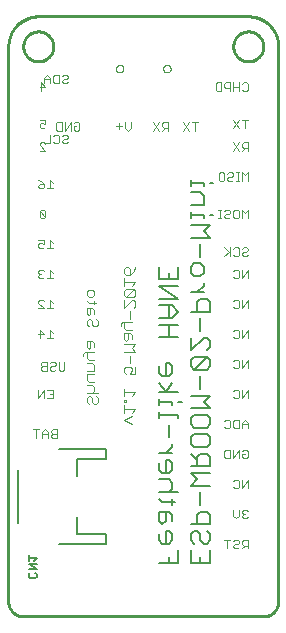
<source format=gbo>
G75*
%MOIN*%
%OFA0B0*%
%FSLAX25Y25*%
%IPPOS*%
%LPD*%
%AMOC8*
5,1,8,0,0,1.08239X$1,22.5*
%
%ADD10C,0.01000*%
%ADD11C,0.00300*%
%ADD12C,0.00600*%
%ADD13C,0.00000*%
%ADD14C,0.00800*%
D10*
X0006800Y0021144D02*
X0086800Y0021144D01*
X0086940Y0021146D01*
X0087080Y0021152D01*
X0087220Y0021162D01*
X0087360Y0021175D01*
X0087499Y0021193D01*
X0087638Y0021215D01*
X0087775Y0021240D01*
X0087913Y0021269D01*
X0088049Y0021302D01*
X0088184Y0021339D01*
X0088318Y0021380D01*
X0088451Y0021425D01*
X0088583Y0021473D01*
X0088713Y0021525D01*
X0088842Y0021580D01*
X0088969Y0021639D01*
X0089095Y0021702D01*
X0089219Y0021768D01*
X0089340Y0021837D01*
X0089460Y0021910D01*
X0089578Y0021987D01*
X0089693Y0022066D01*
X0089807Y0022149D01*
X0089917Y0022235D01*
X0090026Y0022324D01*
X0090132Y0022416D01*
X0090235Y0022511D01*
X0090336Y0022608D01*
X0090433Y0022709D01*
X0090528Y0022812D01*
X0090620Y0022918D01*
X0090709Y0023027D01*
X0090795Y0023137D01*
X0090878Y0023251D01*
X0090957Y0023366D01*
X0091034Y0023484D01*
X0091107Y0023604D01*
X0091176Y0023725D01*
X0091242Y0023849D01*
X0091305Y0023975D01*
X0091364Y0024102D01*
X0091419Y0024231D01*
X0091471Y0024361D01*
X0091519Y0024493D01*
X0091564Y0024626D01*
X0091605Y0024760D01*
X0091642Y0024895D01*
X0091675Y0025031D01*
X0091704Y0025169D01*
X0091729Y0025306D01*
X0091751Y0025445D01*
X0091769Y0025584D01*
X0091782Y0025724D01*
X0091792Y0025864D01*
X0091798Y0026004D01*
X0091800Y0026144D01*
X0091800Y0211144D01*
X0076800Y0211144D02*
X0076802Y0211285D01*
X0076808Y0211426D01*
X0076818Y0211566D01*
X0076832Y0211706D01*
X0076850Y0211846D01*
X0076871Y0211985D01*
X0076897Y0212124D01*
X0076926Y0212262D01*
X0076960Y0212398D01*
X0076997Y0212534D01*
X0077038Y0212669D01*
X0077083Y0212803D01*
X0077132Y0212935D01*
X0077184Y0213066D01*
X0077240Y0213195D01*
X0077300Y0213322D01*
X0077363Y0213448D01*
X0077429Y0213572D01*
X0077500Y0213695D01*
X0077573Y0213815D01*
X0077650Y0213933D01*
X0077730Y0214049D01*
X0077814Y0214162D01*
X0077900Y0214273D01*
X0077990Y0214382D01*
X0078083Y0214488D01*
X0078178Y0214591D01*
X0078277Y0214692D01*
X0078378Y0214790D01*
X0078482Y0214885D01*
X0078589Y0214977D01*
X0078698Y0215066D01*
X0078810Y0215151D01*
X0078924Y0215234D01*
X0079040Y0215314D01*
X0079159Y0215390D01*
X0079280Y0215462D01*
X0079402Y0215532D01*
X0079527Y0215597D01*
X0079653Y0215660D01*
X0079781Y0215718D01*
X0079911Y0215773D01*
X0080042Y0215825D01*
X0080175Y0215872D01*
X0080309Y0215916D01*
X0080444Y0215957D01*
X0080580Y0215993D01*
X0080717Y0216025D01*
X0080855Y0216054D01*
X0080993Y0216079D01*
X0081133Y0216099D01*
X0081273Y0216116D01*
X0081413Y0216129D01*
X0081554Y0216138D01*
X0081694Y0216143D01*
X0081835Y0216144D01*
X0081976Y0216141D01*
X0082117Y0216134D01*
X0082257Y0216123D01*
X0082397Y0216108D01*
X0082537Y0216089D01*
X0082676Y0216067D01*
X0082814Y0216040D01*
X0082952Y0216010D01*
X0083088Y0215975D01*
X0083224Y0215937D01*
X0083358Y0215895D01*
X0083492Y0215849D01*
X0083624Y0215800D01*
X0083754Y0215746D01*
X0083883Y0215689D01*
X0084010Y0215629D01*
X0084136Y0215565D01*
X0084259Y0215497D01*
X0084381Y0215426D01*
X0084501Y0215352D01*
X0084618Y0215274D01*
X0084733Y0215193D01*
X0084846Y0215109D01*
X0084957Y0215022D01*
X0085065Y0214931D01*
X0085170Y0214838D01*
X0085273Y0214741D01*
X0085373Y0214642D01*
X0085470Y0214540D01*
X0085564Y0214435D01*
X0085655Y0214328D01*
X0085743Y0214218D01*
X0085828Y0214106D01*
X0085910Y0213991D01*
X0085989Y0213874D01*
X0086064Y0213755D01*
X0086136Y0213634D01*
X0086204Y0213511D01*
X0086269Y0213386D01*
X0086331Y0213259D01*
X0086388Y0213130D01*
X0086443Y0213000D01*
X0086493Y0212869D01*
X0086540Y0212736D01*
X0086583Y0212602D01*
X0086622Y0212466D01*
X0086657Y0212330D01*
X0086689Y0212193D01*
X0086716Y0212055D01*
X0086740Y0211916D01*
X0086760Y0211776D01*
X0086776Y0211636D01*
X0086788Y0211496D01*
X0086796Y0211355D01*
X0086800Y0211214D01*
X0086800Y0211074D01*
X0086796Y0210933D01*
X0086788Y0210792D01*
X0086776Y0210652D01*
X0086760Y0210512D01*
X0086740Y0210372D01*
X0086716Y0210233D01*
X0086689Y0210095D01*
X0086657Y0209958D01*
X0086622Y0209822D01*
X0086583Y0209686D01*
X0086540Y0209552D01*
X0086493Y0209419D01*
X0086443Y0209288D01*
X0086388Y0209158D01*
X0086331Y0209029D01*
X0086269Y0208902D01*
X0086204Y0208777D01*
X0086136Y0208654D01*
X0086064Y0208533D01*
X0085989Y0208414D01*
X0085910Y0208297D01*
X0085828Y0208182D01*
X0085743Y0208070D01*
X0085655Y0207960D01*
X0085564Y0207853D01*
X0085470Y0207748D01*
X0085373Y0207646D01*
X0085273Y0207547D01*
X0085170Y0207450D01*
X0085065Y0207357D01*
X0084957Y0207266D01*
X0084846Y0207179D01*
X0084733Y0207095D01*
X0084618Y0207014D01*
X0084501Y0206936D01*
X0084381Y0206862D01*
X0084259Y0206791D01*
X0084136Y0206723D01*
X0084010Y0206659D01*
X0083883Y0206599D01*
X0083754Y0206542D01*
X0083624Y0206488D01*
X0083492Y0206439D01*
X0083358Y0206393D01*
X0083224Y0206351D01*
X0083088Y0206313D01*
X0082952Y0206278D01*
X0082814Y0206248D01*
X0082676Y0206221D01*
X0082537Y0206199D01*
X0082397Y0206180D01*
X0082257Y0206165D01*
X0082117Y0206154D01*
X0081976Y0206147D01*
X0081835Y0206144D01*
X0081694Y0206145D01*
X0081554Y0206150D01*
X0081413Y0206159D01*
X0081273Y0206172D01*
X0081133Y0206189D01*
X0080993Y0206209D01*
X0080855Y0206234D01*
X0080717Y0206263D01*
X0080580Y0206295D01*
X0080444Y0206331D01*
X0080309Y0206372D01*
X0080175Y0206416D01*
X0080042Y0206463D01*
X0079911Y0206515D01*
X0079781Y0206570D01*
X0079653Y0206628D01*
X0079527Y0206691D01*
X0079402Y0206756D01*
X0079280Y0206826D01*
X0079159Y0206898D01*
X0079040Y0206974D01*
X0078924Y0207054D01*
X0078810Y0207137D01*
X0078698Y0207222D01*
X0078589Y0207311D01*
X0078482Y0207403D01*
X0078378Y0207498D01*
X0078277Y0207596D01*
X0078178Y0207697D01*
X0078083Y0207800D01*
X0077990Y0207906D01*
X0077900Y0208015D01*
X0077814Y0208126D01*
X0077730Y0208239D01*
X0077650Y0208355D01*
X0077573Y0208473D01*
X0077500Y0208593D01*
X0077429Y0208716D01*
X0077363Y0208840D01*
X0077300Y0208966D01*
X0077240Y0209093D01*
X0077184Y0209222D01*
X0077132Y0209353D01*
X0077083Y0209485D01*
X0077038Y0209619D01*
X0076997Y0209754D01*
X0076960Y0209890D01*
X0076926Y0210026D01*
X0076897Y0210164D01*
X0076871Y0210303D01*
X0076850Y0210442D01*
X0076832Y0210582D01*
X0076818Y0210722D01*
X0076808Y0210862D01*
X0076802Y0211003D01*
X0076800Y0211144D01*
X0081800Y0221144D02*
X0082042Y0221141D01*
X0082283Y0221132D01*
X0082524Y0221118D01*
X0082765Y0221097D01*
X0083005Y0221071D01*
X0083245Y0221039D01*
X0083484Y0221001D01*
X0083721Y0220958D01*
X0083958Y0220908D01*
X0084193Y0220853D01*
X0084427Y0220793D01*
X0084659Y0220726D01*
X0084890Y0220655D01*
X0085119Y0220577D01*
X0085346Y0220494D01*
X0085571Y0220406D01*
X0085794Y0220312D01*
X0086014Y0220213D01*
X0086232Y0220108D01*
X0086447Y0219999D01*
X0086660Y0219884D01*
X0086870Y0219764D01*
X0087076Y0219639D01*
X0087280Y0219509D01*
X0087481Y0219374D01*
X0087678Y0219234D01*
X0087872Y0219090D01*
X0088062Y0218941D01*
X0088248Y0218787D01*
X0088431Y0218629D01*
X0088610Y0218467D01*
X0088785Y0218300D01*
X0088956Y0218129D01*
X0089123Y0217954D01*
X0089285Y0217775D01*
X0089443Y0217592D01*
X0089597Y0217406D01*
X0089746Y0217216D01*
X0089890Y0217022D01*
X0090030Y0216825D01*
X0090165Y0216624D01*
X0090295Y0216420D01*
X0090420Y0216214D01*
X0090540Y0216004D01*
X0090655Y0215791D01*
X0090764Y0215576D01*
X0090869Y0215358D01*
X0090968Y0215138D01*
X0091062Y0214915D01*
X0091150Y0214690D01*
X0091233Y0214463D01*
X0091311Y0214234D01*
X0091382Y0214003D01*
X0091449Y0213771D01*
X0091509Y0213537D01*
X0091564Y0213302D01*
X0091614Y0213065D01*
X0091657Y0212828D01*
X0091695Y0212589D01*
X0091727Y0212349D01*
X0091753Y0212109D01*
X0091774Y0211868D01*
X0091788Y0211627D01*
X0091797Y0211386D01*
X0091800Y0211144D01*
X0081800Y0221144D02*
X0011800Y0221144D01*
X0006800Y0211144D02*
X0006802Y0211285D01*
X0006808Y0211426D01*
X0006818Y0211566D01*
X0006832Y0211706D01*
X0006850Y0211846D01*
X0006871Y0211985D01*
X0006897Y0212124D01*
X0006926Y0212262D01*
X0006960Y0212398D01*
X0006997Y0212534D01*
X0007038Y0212669D01*
X0007083Y0212803D01*
X0007132Y0212935D01*
X0007184Y0213066D01*
X0007240Y0213195D01*
X0007300Y0213322D01*
X0007363Y0213448D01*
X0007429Y0213572D01*
X0007500Y0213695D01*
X0007573Y0213815D01*
X0007650Y0213933D01*
X0007730Y0214049D01*
X0007814Y0214162D01*
X0007900Y0214273D01*
X0007990Y0214382D01*
X0008083Y0214488D01*
X0008178Y0214591D01*
X0008277Y0214692D01*
X0008378Y0214790D01*
X0008482Y0214885D01*
X0008589Y0214977D01*
X0008698Y0215066D01*
X0008810Y0215151D01*
X0008924Y0215234D01*
X0009040Y0215314D01*
X0009159Y0215390D01*
X0009280Y0215462D01*
X0009402Y0215532D01*
X0009527Y0215597D01*
X0009653Y0215660D01*
X0009781Y0215718D01*
X0009911Y0215773D01*
X0010042Y0215825D01*
X0010175Y0215872D01*
X0010309Y0215916D01*
X0010444Y0215957D01*
X0010580Y0215993D01*
X0010717Y0216025D01*
X0010855Y0216054D01*
X0010993Y0216079D01*
X0011133Y0216099D01*
X0011273Y0216116D01*
X0011413Y0216129D01*
X0011554Y0216138D01*
X0011694Y0216143D01*
X0011835Y0216144D01*
X0011976Y0216141D01*
X0012117Y0216134D01*
X0012257Y0216123D01*
X0012397Y0216108D01*
X0012537Y0216089D01*
X0012676Y0216067D01*
X0012814Y0216040D01*
X0012952Y0216010D01*
X0013088Y0215975D01*
X0013224Y0215937D01*
X0013358Y0215895D01*
X0013492Y0215849D01*
X0013624Y0215800D01*
X0013754Y0215746D01*
X0013883Y0215689D01*
X0014010Y0215629D01*
X0014136Y0215565D01*
X0014259Y0215497D01*
X0014381Y0215426D01*
X0014501Y0215352D01*
X0014618Y0215274D01*
X0014733Y0215193D01*
X0014846Y0215109D01*
X0014957Y0215022D01*
X0015065Y0214931D01*
X0015170Y0214838D01*
X0015273Y0214741D01*
X0015373Y0214642D01*
X0015470Y0214540D01*
X0015564Y0214435D01*
X0015655Y0214328D01*
X0015743Y0214218D01*
X0015828Y0214106D01*
X0015910Y0213991D01*
X0015989Y0213874D01*
X0016064Y0213755D01*
X0016136Y0213634D01*
X0016204Y0213511D01*
X0016269Y0213386D01*
X0016331Y0213259D01*
X0016388Y0213130D01*
X0016443Y0213000D01*
X0016493Y0212869D01*
X0016540Y0212736D01*
X0016583Y0212602D01*
X0016622Y0212466D01*
X0016657Y0212330D01*
X0016689Y0212193D01*
X0016716Y0212055D01*
X0016740Y0211916D01*
X0016760Y0211776D01*
X0016776Y0211636D01*
X0016788Y0211496D01*
X0016796Y0211355D01*
X0016800Y0211214D01*
X0016800Y0211074D01*
X0016796Y0210933D01*
X0016788Y0210792D01*
X0016776Y0210652D01*
X0016760Y0210512D01*
X0016740Y0210372D01*
X0016716Y0210233D01*
X0016689Y0210095D01*
X0016657Y0209958D01*
X0016622Y0209822D01*
X0016583Y0209686D01*
X0016540Y0209552D01*
X0016493Y0209419D01*
X0016443Y0209288D01*
X0016388Y0209158D01*
X0016331Y0209029D01*
X0016269Y0208902D01*
X0016204Y0208777D01*
X0016136Y0208654D01*
X0016064Y0208533D01*
X0015989Y0208414D01*
X0015910Y0208297D01*
X0015828Y0208182D01*
X0015743Y0208070D01*
X0015655Y0207960D01*
X0015564Y0207853D01*
X0015470Y0207748D01*
X0015373Y0207646D01*
X0015273Y0207547D01*
X0015170Y0207450D01*
X0015065Y0207357D01*
X0014957Y0207266D01*
X0014846Y0207179D01*
X0014733Y0207095D01*
X0014618Y0207014D01*
X0014501Y0206936D01*
X0014381Y0206862D01*
X0014259Y0206791D01*
X0014136Y0206723D01*
X0014010Y0206659D01*
X0013883Y0206599D01*
X0013754Y0206542D01*
X0013624Y0206488D01*
X0013492Y0206439D01*
X0013358Y0206393D01*
X0013224Y0206351D01*
X0013088Y0206313D01*
X0012952Y0206278D01*
X0012814Y0206248D01*
X0012676Y0206221D01*
X0012537Y0206199D01*
X0012397Y0206180D01*
X0012257Y0206165D01*
X0012117Y0206154D01*
X0011976Y0206147D01*
X0011835Y0206144D01*
X0011694Y0206145D01*
X0011554Y0206150D01*
X0011413Y0206159D01*
X0011273Y0206172D01*
X0011133Y0206189D01*
X0010993Y0206209D01*
X0010855Y0206234D01*
X0010717Y0206263D01*
X0010580Y0206295D01*
X0010444Y0206331D01*
X0010309Y0206372D01*
X0010175Y0206416D01*
X0010042Y0206463D01*
X0009911Y0206515D01*
X0009781Y0206570D01*
X0009653Y0206628D01*
X0009527Y0206691D01*
X0009402Y0206756D01*
X0009280Y0206826D01*
X0009159Y0206898D01*
X0009040Y0206974D01*
X0008924Y0207054D01*
X0008810Y0207137D01*
X0008698Y0207222D01*
X0008589Y0207311D01*
X0008482Y0207403D01*
X0008378Y0207498D01*
X0008277Y0207596D01*
X0008178Y0207697D01*
X0008083Y0207800D01*
X0007990Y0207906D01*
X0007900Y0208015D01*
X0007814Y0208126D01*
X0007730Y0208239D01*
X0007650Y0208355D01*
X0007573Y0208473D01*
X0007500Y0208593D01*
X0007429Y0208716D01*
X0007363Y0208840D01*
X0007300Y0208966D01*
X0007240Y0209093D01*
X0007184Y0209222D01*
X0007132Y0209353D01*
X0007083Y0209485D01*
X0007038Y0209619D01*
X0006997Y0209754D01*
X0006960Y0209890D01*
X0006926Y0210026D01*
X0006897Y0210164D01*
X0006871Y0210303D01*
X0006850Y0210442D01*
X0006832Y0210582D01*
X0006818Y0210722D01*
X0006808Y0210862D01*
X0006802Y0211003D01*
X0006800Y0211144D01*
X0001800Y0211144D02*
X0001803Y0211386D01*
X0001812Y0211627D01*
X0001826Y0211868D01*
X0001847Y0212109D01*
X0001873Y0212349D01*
X0001905Y0212589D01*
X0001943Y0212828D01*
X0001986Y0213065D01*
X0002036Y0213302D01*
X0002091Y0213537D01*
X0002151Y0213771D01*
X0002218Y0214003D01*
X0002289Y0214234D01*
X0002367Y0214463D01*
X0002450Y0214690D01*
X0002538Y0214915D01*
X0002632Y0215138D01*
X0002731Y0215358D01*
X0002836Y0215576D01*
X0002945Y0215791D01*
X0003060Y0216004D01*
X0003180Y0216214D01*
X0003305Y0216420D01*
X0003435Y0216624D01*
X0003570Y0216825D01*
X0003710Y0217022D01*
X0003854Y0217216D01*
X0004003Y0217406D01*
X0004157Y0217592D01*
X0004315Y0217775D01*
X0004477Y0217954D01*
X0004644Y0218129D01*
X0004815Y0218300D01*
X0004990Y0218467D01*
X0005169Y0218629D01*
X0005352Y0218787D01*
X0005538Y0218941D01*
X0005728Y0219090D01*
X0005922Y0219234D01*
X0006119Y0219374D01*
X0006320Y0219509D01*
X0006524Y0219639D01*
X0006730Y0219764D01*
X0006940Y0219884D01*
X0007153Y0219999D01*
X0007368Y0220108D01*
X0007586Y0220213D01*
X0007806Y0220312D01*
X0008029Y0220406D01*
X0008254Y0220494D01*
X0008481Y0220577D01*
X0008710Y0220655D01*
X0008941Y0220726D01*
X0009173Y0220793D01*
X0009407Y0220853D01*
X0009642Y0220908D01*
X0009879Y0220958D01*
X0010116Y0221001D01*
X0010355Y0221039D01*
X0010595Y0221071D01*
X0010835Y0221097D01*
X0011076Y0221118D01*
X0011317Y0221132D01*
X0011558Y0221141D01*
X0011800Y0221144D01*
X0001800Y0211144D02*
X0001800Y0026144D01*
X0001802Y0026004D01*
X0001808Y0025864D01*
X0001818Y0025724D01*
X0001831Y0025584D01*
X0001849Y0025445D01*
X0001871Y0025306D01*
X0001896Y0025169D01*
X0001925Y0025031D01*
X0001958Y0024895D01*
X0001995Y0024760D01*
X0002036Y0024626D01*
X0002081Y0024493D01*
X0002129Y0024361D01*
X0002181Y0024231D01*
X0002236Y0024102D01*
X0002295Y0023975D01*
X0002358Y0023849D01*
X0002424Y0023725D01*
X0002493Y0023604D01*
X0002566Y0023484D01*
X0002643Y0023366D01*
X0002722Y0023251D01*
X0002805Y0023137D01*
X0002891Y0023027D01*
X0002980Y0022918D01*
X0003072Y0022812D01*
X0003167Y0022709D01*
X0003264Y0022608D01*
X0003365Y0022511D01*
X0003468Y0022416D01*
X0003574Y0022324D01*
X0003683Y0022235D01*
X0003793Y0022149D01*
X0003907Y0022066D01*
X0004022Y0021987D01*
X0004140Y0021910D01*
X0004260Y0021837D01*
X0004381Y0021768D01*
X0004505Y0021702D01*
X0004631Y0021639D01*
X0004758Y0021580D01*
X0004887Y0021525D01*
X0005017Y0021473D01*
X0005149Y0021425D01*
X0005282Y0021380D01*
X0005416Y0021339D01*
X0005551Y0021302D01*
X0005687Y0021269D01*
X0005825Y0021240D01*
X0005962Y0021215D01*
X0006101Y0021193D01*
X0006240Y0021175D01*
X0006380Y0021162D01*
X0006520Y0021152D01*
X0006660Y0021146D01*
X0006800Y0021144D01*
D11*
X0011129Y0080594D02*
X0011129Y0083497D01*
X0010162Y0083497D02*
X0012097Y0083497D01*
X0013108Y0082529D02*
X0013108Y0080594D01*
X0013108Y0082045D02*
X0015043Y0082045D01*
X0015043Y0082529D02*
X0015043Y0080594D01*
X0016055Y0081078D02*
X0016538Y0080594D01*
X0017990Y0080594D01*
X0017990Y0083497D01*
X0016538Y0083497D01*
X0016055Y0083013D01*
X0016055Y0082529D01*
X0016538Y0082045D01*
X0017990Y0082045D01*
X0016538Y0082045D02*
X0016055Y0081562D01*
X0016055Y0081078D01*
X0015043Y0082529D02*
X0014076Y0083497D01*
X0013108Y0082529D01*
X0013703Y0093794D02*
X0013703Y0096697D01*
X0011769Y0093794D01*
X0011769Y0096697D01*
X0013145Y0103094D02*
X0014597Y0103094D01*
X0014597Y0105997D01*
X0013145Y0105997D01*
X0012662Y0105513D01*
X0012662Y0105029D01*
X0013145Y0104545D01*
X0014597Y0104545D01*
X0015608Y0104062D02*
X0015608Y0103578D01*
X0016092Y0103094D01*
X0017059Y0103094D01*
X0017543Y0103578D01*
X0018555Y0103578D02*
X0018555Y0105997D01*
X0017543Y0105513D02*
X0017543Y0105029D01*
X0017059Y0104545D01*
X0016092Y0104545D01*
X0015608Y0104062D01*
X0015608Y0105513D02*
X0016092Y0105997D01*
X0017059Y0105997D01*
X0017543Y0105513D01*
X0018555Y0103578D02*
X0019038Y0103094D01*
X0020006Y0103094D01*
X0020490Y0103578D01*
X0020490Y0105997D01*
X0016650Y0113794D02*
X0014715Y0113794D01*
X0015683Y0113794D02*
X0015683Y0116697D01*
X0016650Y0115729D01*
X0013703Y0115245D02*
X0011769Y0115245D01*
X0012252Y0113794D02*
X0012252Y0116697D01*
X0013703Y0115245D01*
X0013703Y0123794D02*
X0011769Y0125729D01*
X0011769Y0126213D01*
X0012252Y0126697D01*
X0013220Y0126697D01*
X0013703Y0126213D01*
X0013703Y0123794D02*
X0011769Y0123794D01*
X0014715Y0123794D02*
X0016650Y0123794D01*
X0015683Y0123794D02*
X0015683Y0126697D01*
X0016650Y0125729D01*
X0016650Y0133794D02*
X0014715Y0133794D01*
X0015683Y0133794D02*
X0015683Y0136697D01*
X0016650Y0135729D01*
X0013703Y0136213D02*
X0013220Y0136697D01*
X0012252Y0136697D01*
X0011769Y0136213D01*
X0011769Y0135729D01*
X0012252Y0135245D01*
X0011769Y0134762D01*
X0011769Y0134278D01*
X0012252Y0133794D01*
X0013220Y0133794D01*
X0013703Y0134278D01*
X0012736Y0135245D02*
X0012252Y0135245D01*
X0012252Y0143794D02*
X0011769Y0144278D01*
X0011769Y0145245D01*
X0012252Y0145729D01*
X0012736Y0145729D01*
X0013703Y0145245D01*
X0013703Y0146697D01*
X0011769Y0146697D01*
X0012252Y0143794D02*
X0013220Y0143794D01*
X0013703Y0144278D01*
X0014715Y0143794D02*
X0016650Y0143794D01*
X0015683Y0143794D02*
X0015683Y0146697D01*
X0016650Y0145729D01*
X0013666Y0153794D02*
X0012699Y0153794D01*
X0012215Y0154278D01*
X0012215Y0156213D01*
X0014150Y0154278D01*
X0013666Y0153794D01*
X0014150Y0154278D02*
X0014150Y0156213D01*
X0013666Y0156697D01*
X0012699Y0156697D01*
X0012215Y0156213D01*
X0012252Y0163794D02*
X0011769Y0164278D01*
X0011769Y0164762D01*
X0012252Y0165245D01*
X0013703Y0165245D01*
X0013703Y0164278D01*
X0013220Y0163794D01*
X0012252Y0163794D01*
X0013703Y0165245D02*
X0012736Y0166213D01*
X0011769Y0166697D01*
X0014715Y0163794D02*
X0016650Y0163794D01*
X0015683Y0163794D02*
X0015683Y0166697D01*
X0016650Y0165729D01*
X0014150Y0176294D02*
X0012215Y0176294D01*
X0014150Y0176294D02*
X0012215Y0178229D01*
X0012215Y0178713D01*
X0012699Y0179197D01*
X0013666Y0179197D01*
X0014150Y0178713D01*
X0013822Y0178794D02*
X0015757Y0178794D01*
X0015757Y0181697D01*
X0016769Y0181213D02*
X0017252Y0181697D01*
X0018220Y0181697D01*
X0018703Y0181213D01*
X0018703Y0179278D01*
X0018220Y0178794D01*
X0017252Y0178794D01*
X0016769Y0179278D01*
X0018145Y0183094D02*
X0017662Y0183578D01*
X0017662Y0185513D01*
X0018145Y0185997D01*
X0019597Y0185997D01*
X0019597Y0183094D01*
X0018145Y0183094D01*
X0019715Y0181213D02*
X0020199Y0181697D01*
X0021166Y0181697D01*
X0021650Y0181213D01*
X0021650Y0180729D01*
X0021166Y0180245D01*
X0020199Y0180245D01*
X0019715Y0179762D01*
X0019715Y0179278D01*
X0020199Y0178794D01*
X0021166Y0178794D01*
X0021650Y0179278D01*
X0022543Y0183094D02*
X0022543Y0185997D01*
X0020608Y0183094D01*
X0020608Y0185997D01*
X0023555Y0185513D02*
X0024038Y0185997D01*
X0025006Y0185997D01*
X0025490Y0185513D01*
X0025490Y0183578D01*
X0025006Y0183094D01*
X0024038Y0183094D01*
X0023555Y0183578D01*
X0023555Y0184545D01*
X0024522Y0184545D01*
X0021166Y0198794D02*
X0020199Y0198794D01*
X0019715Y0199278D01*
X0019715Y0199762D01*
X0020199Y0200245D01*
X0021166Y0200245D01*
X0021650Y0200729D01*
X0021650Y0201213D01*
X0021166Y0201697D01*
X0020199Y0201697D01*
X0019715Y0201213D01*
X0021650Y0199278D02*
X0021166Y0198794D01*
X0018703Y0198794D02*
X0017252Y0198794D01*
X0016769Y0199278D01*
X0016769Y0201213D01*
X0017252Y0201697D01*
X0018703Y0201697D01*
X0018703Y0198794D01*
X0015757Y0198794D02*
X0015757Y0200729D01*
X0014789Y0201697D01*
X0013822Y0200729D01*
X0013822Y0198794D01*
X0014150Y0197745D02*
X0012215Y0197745D01*
X0012699Y0196294D02*
X0012699Y0199197D01*
X0014150Y0197745D01*
X0013822Y0200245D02*
X0015757Y0200245D01*
X0014150Y0186697D02*
X0012215Y0186697D01*
X0012699Y0185729D02*
X0012215Y0185245D01*
X0012215Y0184278D01*
X0012699Y0183794D01*
X0013666Y0183794D01*
X0014150Y0184278D01*
X0014150Y0185245D02*
X0013183Y0185729D01*
X0012699Y0185729D01*
X0014150Y0185245D02*
X0014150Y0186697D01*
X0037662Y0184545D02*
X0039597Y0184545D01*
X0040608Y0184062D02*
X0040608Y0185997D01*
X0040608Y0184062D02*
X0041576Y0183094D01*
X0042543Y0184062D01*
X0042543Y0185997D01*
X0038629Y0185513D02*
X0038629Y0183578D01*
X0050162Y0183094D02*
X0052097Y0185997D01*
X0053108Y0185513D02*
X0053108Y0184545D01*
X0053592Y0184062D01*
X0055043Y0184062D01*
X0054076Y0184062D02*
X0053108Y0183094D01*
X0052097Y0183094D02*
X0050162Y0185997D01*
X0053108Y0185513D02*
X0053592Y0185997D01*
X0055043Y0185997D01*
X0055043Y0183094D01*
X0060162Y0183094D02*
X0062097Y0185997D01*
X0063108Y0185997D02*
X0065043Y0185997D01*
X0064076Y0185997D02*
X0064076Y0183094D01*
X0062097Y0183094D02*
X0060162Y0185997D01*
X0070875Y0196778D02*
X0070875Y0198713D01*
X0071359Y0199197D01*
X0072810Y0199197D01*
X0072810Y0196294D01*
X0071359Y0196294D01*
X0070875Y0196778D01*
X0073822Y0197745D02*
X0074306Y0197262D01*
X0075757Y0197262D01*
X0075757Y0196294D02*
X0075757Y0199197D01*
X0074306Y0199197D01*
X0073822Y0198713D01*
X0073822Y0197745D01*
X0076769Y0197745D02*
X0078703Y0197745D01*
X0079715Y0196778D02*
X0080199Y0196294D01*
X0081166Y0196294D01*
X0081650Y0196778D01*
X0081650Y0198713D01*
X0081166Y0199197D01*
X0080199Y0199197D01*
X0079715Y0198713D01*
X0078703Y0199197D02*
X0078703Y0196294D01*
X0076769Y0196294D02*
X0076769Y0199197D01*
X0076769Y0186697D02*
X0078703Y0183794D01*
X0076769Y0183794D02*
X0078703Y0186697D01*
X0079715Y0186697D02*
X0081650Y0186697D01*
X0080683Y0186697D02*
X0080683Y0183794D01*
X0080199Y0179197D02*
X0079715Y0178713D01*
X0079715Y0177745D01*
X0080199Y0177262D01*
X0081650Y0177262D01*
X0080683Y0177262D02*
X0079715Y0176294D01*
X0078703Y0176294D02*
X0076769Y0179197D01*
X0078703Y0179197D02*
X0076769Y0176294D01*
X0080199Y0179197D02*
X0081650Y0179197D01*
X0081650Y0176294D01*
X0081650Y0169197D02*
X0080683Y0168229D01*
X0079715Y0169197D01*
X0079715Y0166294D01*
X0078703Y0166294D02*
X0077736Y0166294D01*
X0078220Y0166294D02*
X0078220Y0169197D01*
X0078703Y0169197D02*
X0077736Y0169197D01*
X0076739Y0168713D02*
X0076739Y0168229D01*
X0076255Y0167745D01*
X0075288Y0167745D01*
X0074804Y0167262D01*
X0074804Y0166778D01*
X0075288Y0166294D01*
X0076255Y0166294D01*
X0076739Y0166778D01*
X0076739Y0168713D02*
X0076255Y0169197D01*
X0075288Y0169197D01*
X0074804Y0168713D01*
X0073793Y0168713D02*
X0073793Y0166778D01*
X0073309Y0166294D01*
X0072341Y0166294D01*
X0071858Y0166778D01*
X0071858Y0168713D01*
X0072341Y0169197D01*
X0073309Y0169197D01*
X0073793Y0168713D01*
X0074306Y0156697D02*
X0073822Y0156213D01*
X0074306Y0156697D02*
X0075273Y0156697D01*
X0075757Y0156213D01*
X0075757Y0155729D01*
X0075273Y0155245D01*
X0074306Y0155245D01*
X0073822Y0154762D01*
X0073822Y0154278D01*
X0074306Y0153794D01*
X0075273Y0153794D01*
X0075757Y0154278D01*
X0076769Y0154278D02*
X0076769Y0156213D01*
X0077252Y0156697D01*
X0078220Y0156697D01*
X0078703Y0156213D01*
X0078703Y0154278D01*
X0078220Y0153794D01*
X0077252Y0153794D01*
X0076769Y0154278D01*
X0079715Y0153794D02*
X0079715Y0156697D01*
X0080683Y0155729D01*
X0081650Y0156697D01*
X0081650Y0153794D01*
X0081166Y0144197D02*
X0080199Y0144197D01*
X0079715Y0143713D01*
X0078703Y0143713D02*
X0078703Y0141778D01*
X0078220Y0141294D01*
X0077252Y0141294D01*
X0076769Y0141778D01*
X0076769Y0143713D02*
X0077252Y0144197D01*
X0078220Y0144197D01*
X0078703Y0143713D01*
X0079715Y0142262D02*
X0079715Y0141778D01*
X0080199Y0141294D01*
X0081166Y0141294D01*
X0081650Y0141778D01*
X0081166Y0142745D02*
X0080199Y0142745D01*
X0079715Y0142262D01*
X0081166Y0142745D02*
X0081650Y0143229D01*
X0081650Y0143713D01*
X0081166Y0144197D01*
X0081650Y0136697D02*
X0079715Y0133794D01*
X0079715Y0136697D01*
X0078703Y0136213D02*
X0078703Y0134278D01*
X0078220Y0133794D01*
X0077252Y0133794D01*
X0076769Y0134278D01*
X0076769Y0136213D02*
X0077252Y0136697D01*
X0078220Y0136697D01*
X0078703Y0136213D01*
X0081650Y0136697D02*
X0081650Y0133794D01*
X0081650Y0126697D02*
X0079715Y0123794D01*
X0079715Y0126697D01*
X0078703Y0126213D02*
X0078703Y0124278D01*
X0078220Y0123794D01*
X0077252Y0123794D01*
X0076769Y0124278D01*
X0076769Y0126213D02*
X0077252Y0126697D01*
X0078220Y0126697D01*
X0078703Y0126213D01*
X0081650Y0126697D02*
X0081650Y0123794D01*
X0081650Y0116697D02*
X0079715Y0113794D01*
X0079715Y0116697D01*
X0078703Y0116213D02*
X0078703Y0114278D01*
X0078220Y0113794D01*
X0077252Y0113794D01*
X0076769Y0114278D01*
X0076769Y0116213D02*
X0077252Y0116697D01*
X0078220Y0116697D01*
X0078703Y0116213D01*
X0081650Y0116697D02*
X0081650Y0113794D01*
X0081650Y0106697D02*
X0079715Y0103794D01*
X0079715Y0106697D01*
X0078703Y0106213D02*
X0078703Y0104278D01*
X0078220Y0103794D01*
X0077252Y0103794D01*
X0076769Y0104278D01*
X0076769Y0106213D02*
X0077252Y0106697D01*
X0078220Y0106697D01*
X0078703Y0106213D01*
X0081650Y0106697D02*
X0081650Y0103794D01*
X0081650Y0096697D02*
X0079715Y0093794D01*
X0079715Y0096697D01*
X0078703Y0096213D02*
X0078703Y0094278D01*
X0078220Y0093794D01*
X0077252Y0093794D01*
X0076769Y0094278D01*
X0076769Y0096213D02*
X0077252Y0096697D01*
X0078220Y0096697D01*
X0078703Y0096213D01*
X0081650Y0096697D02*
X0081650Y0093794D01*
X0080683Y0086697D02*
X0079715Y0085729D01*
X0079715Y0083794D01*
X0078703Y0083794D02*
X0078703Y0086697D01*
X0077252Y0086697D01*
X0076769Y0086213D01*
X0076769Y0084278D01*
X0077252Y0083794D01*
X0078703Y0083794D01*
X0079715Y0085245D02*
X0081650Y0085245D01*
X0081650Y0085729D02*
X0080683Y0086697D01*
X0081650Y0085729D02*
X0081650Y0083794D01*
X0081166Y0076697D02*
X0080199Y0076697D01*
X0079715Y0076213D01*
X0079715Y0075245D02*
X0080683Y0075245D01*
X0079715Y0075245D02*
X0079715Y0074278D01*
X0080199Y0073794D01*
X0081166Y0073794D01*
X0081650Y0074278D01*
X0081650Y0076213D01*
X0081166Y0076697D01*
X0078703Y0076697D02*
X0078703Y0073794D01*
X0076769Y0073794D02*
X0078703Y0076697D01*
X0076769Y0076697D02*
X0076769Y0073794D01*
X0075757Y0073794D02*
X0074306Y0073794D01*
X0073822Y0074278D01*
X0073822Y0076213D01*
X0074306Y0076697D01*
X0075757Y0076697D01*
X0075757Y0073794D01*
X0077252Y0066697D02*
X0078220Y0066697D01*
X0078703Y0066213D01*
X0078703Y0064278D01*
X0078220Y0063794D01*
X0077252Y0063794D01*
X0076769Y0064278D01*
X0076769Y0066213D02*
X0077252Y0066697D01*
X0079715Y0066697D02*
X0079715Y0063794D01*
X0081650Y0066697D01*
X0081650Y0063794D01*
X0081166Y0056697D02*
X0080199Y0056697D01*
X0079715Y0056213D01*
X0079715Y0055729D01*
X0080199Y0055245D01*
X0079715Y0054762D01*
X0079715Y0054278D01*
X0080199Y0053794D01*
X0081166Y0053794D01*
X0081650Y0054278D01*
X0080683Y0055245D02*
X0080199Y0055245D01*
X0078703Y0054762D02*
X0077736Y0053794D01*
X0076769Y0054762D01*
X0076769Y0056697D01*
X0078703Y0056697D02*
X0078703Y0054762D01*
X0081166Y0056697D02*
X0081650Y0056213D01*
X0081650Y0046697D02*
X0080199Y0046697D01*
X0079715Y0046213D01*
X0079715Y0045245D01*
X0080199Y0044762D01*
X0081650Y0044762D01*
X0080683Y0044762D02*
X0079715Y0043794D01*
X0078703Y0044278D02*
X0078220Y0043794D01*
X0077252Y0043794D01*
X0076769Y0044278D01*
X0076769Y0044762D01*
X0077252Y0045245D01*
X0078220Y0045245D01*
X0078703Y0045729D01*
X0078703Y0046213D01*
X0078220Y0046697D01*
X0077252Y0046697D01*
X0076769Y0046213D01*
X0075757Y0046697D02*
X0073822Y0046697D01*
X0074789Y0046697D02*
X0074789Y0043794D01*
X0081650Y0043794D02*
X0081650Y0046697D01*
X0075273Y0083794D02*
X0074306Y0083794D01*
X0073822Y0084278D01*
X0073822Y0086213D02*
X0074306Y0086697D01*
X0075273Y0086697D01*
X0075757Y0086213D01*
X0075757Y0084278D01*
X0075273Y0083794D01*
X0075757Y0141294D02*
X0075757Y0144197D01*
X0075273Y0142745D02*
X0073822Y0141294D01*
X0075757Y0142262D02*
X0073822Y0144197D01*
X0072810Y0153794D02*
X0071843Y0153794D01*
X0072327Y0153794D02*
X0072327Y0156697D01*
X0072810Y0156697D02*
X0071843Y0156697D01*
X0081650Y0166294D02*
X0081650Y0169197D01*
X0044153Y0137580D02*
X0043536Y0136345D01*
X0042302Y0135111D01*
X0042302Y0136962D01*
X0041684Y0137580D01*
X0041067Y0137580D01*
X0040450Y0136962D01*
X0040450Y0135728D01*
X0041067Y0135111D01*
X0042302Y0135111D01*
X0044153Y0132662D02*
X0042919Y0131428D01*
X0043536Y0130213D02*
X0041067Y0127745D01*
X0040450Y0128362D01*
X0040450Y0129596D01*
X0041067Y0130213D01*
X0043536Y0130213D01*
X0044153Y0129596D01*
X0044153Y0128362D01*
X0043536Y0127745D01*
X0041067Y0127745D01*
X0040450Y0126530D02*
X0040450Y0124061D01*
X0042919Y0126530D01*
X0043536Y0126530D01*
X0044153Y0125913D01*
X0044153Y0124679D01*
X0043536Y0124061D01*
X0042302Y0122847D02*
X0042302Y0120378D01*
X0042919Y0119164D02*
X0039833Y0119164D01*
X0039216Y0118547D01*
X0039216Y0117930D01*
X0040450Y0117312D02*
X0041067Y0116695D01*
X0042919Y0116695D01*
X0042302Y0115481D02*
X0040450Y0115481D01*
X0040450Y0113629D01*
X0041067Y0113012D01*
X0041684Y0113629D01*
X0041684Y0115481D01*
X0042302Y0115481D02*
X0042919Y0114864D01*
X0042919Y0113629D01*
X0044153Y0111798D02*
X0042919Y0110563D01*
X0044153Y0109329D01*
X0040450Y0109329D01*
X0040450Y0111798D02*
X0044153Y0111798D01*
X0042302Y0108115D02*
X0042302Y0105646D01*
X0042302Y0104431D02*
X0041067Y0104431D01*
X0040450Y0103814D01*
X0040450Y0102580D01*
X0041067Y0101963D01*
X0042302Y0101963D02*
X0042919Y0103197D01*
X0042919Y0103814D01*
X0042302Y0104431D01*
X0042302Y0101963D02*
X0044153Y0101963D01*
X0044153Y0104431D01*
X0040450Y0097065D02*
X0040450Y0094596D01*
X0040450Y0093372D02*
X0040450Y0092755D01*
X0041067Y0092755D01*
X0041067Y0093372D01*
X0040450Y0093372D01*
X0040450Y0091540D02*
X0040450Y0089072D01*
X0040450Y0090306D02*
X0044153Y0090306D01*
X0042919Y0089072D01*
X0042919Y0087857D02*
X0040450Y0086623D01*
X0042919Y0085388D01*
X0042919Y0094596D02*
X0044153Y0095831D01*
X0040450Y0095831D01*
X0031653Y0095690D02*
X0027950Y0095690D01*
X0028567Y0094476D02*
X0027950Y0093859D01*
X0027950Y0092624D01*
X0028567Y0092007D01*
X0029802Y0092624D02*
X0029802Y0093859D01*
X0029184Y0094476D01*
X0028567Y0094476D01*
X0029802Y0095690D02*
X0030419Y0096308D01*
X0030419Y0097542D01*
X0029802Y0098159D01*
X0027950Y0098159D01*
X0028567Y0099373D02*
X0027950Y0099991D01*
X0027950Y0101842D01*
X0030419Y0101842D01*
X0030419Y0103057D02*
X0030419Y0104908D01*
X0029802Y0105525D01*
X0027950Y0105525D01*
X0028567Y0106740D02*
X0027950Y0107357D01*
X0027950Y0109209D01*
X0027333Y0109209D02*
X0026716Y0108591D01*
X0026716Y0107974D01*
X0027333Y0109209D02*
X0030419Y0109209D01*
X0030419Y0111040D02*
X0030419Y0112274D01*
X0029802Y0112892D01*
X0027950Y0112892D01*
X0027950Y0111040D01*
X0028567Y0110423D01*
X0029184Y0111040D01*
X0029184Y0112892D01*
X0028567Y0117789D02*
X0027950Y0118406D01*
X0027950Y0119641D01*
X0028567Y0120258D01*
X0029184Y0120258D01*
X0029802Y0119641D01*
X0029802Y0118406D01*
X0030419Y0117789D01*
X0031036Y0117789D01*
X0031653Y0118406D01*
X0031653Y0119641D01*
X0031036Y0120258D01*
X0030419Y0122090D02*
X0030419Y0123324D01*
X0029802Y0123941D01*
X0027950Y0123941D01*
X0027950Y0122090D01*
X0028567Y0121472D01*
X0029184Y0122090D01*
X0029184Y0123941D01*
X0030419Y0125155D02*
X0030419Y0126390D01*
X0031036Y0125773D02*
X0028567Y0125773D01*
X0027950Y0126390D01*
X0028567Y0127611D02*
X0027950Y0128228D01*
X0027950Y0129462D01*
X0028567Y0130080D01*
X0029802Y0130080D01*
X0030419Y0129462D01*
X0030419Y0128228D01*
X0029802Y0127611D01*
X0028567Y0127611D01*
X0028567Y0106740D02*
X0030419Y0106740D01*
X0030419Y0103057D02*
X0027950Y0103057D01*
X0028567Y0099373D02*
X0030419Y0099373D01*
X0031036Y0094476D02*
X0031653Y0093859D01*
X0031653Y0092624D01*
X0031036Y0092007D01*
X0030419Y0092007D01*
X0029802Y0092624D01*
X0040450Y0117312D02*
X0040450Y0119164D01*
X0040450Y0131428D02*
X0040450Y0133897D01*
X0040450Y0132662D02*
X0044153Y0132662D01*
X0016650Y0096697D02*
X0016650Y0093794D01*
X0014715Y0093794D01*
X0015683Y0095245D02*
X0016650Y0095245D01*
X0016650Y0096697D02*
X0014715Y0096697D01*
X0013145Y0103094D02*
X0012662Y0103578D01*
X0012662Y0104062D01*
X0013145Y0104545D01*
D12*
X0008650Y0041482D02*
X0008650Y0039748D01*
X0008650Y0040615D02*
X0011252Y0040615D01*
X0010385Y0039748D01*
X0011252Y0038536D02*
X0008650Y0038536D01*
X0011252Y0036801D01*
X0008650Y0036801D01*
X0009084Y0035589D02*
X0008650Y0035156D01*
X0008650Y0034288D01*
X0009084Y0033855D01*
X0010819Y0033855D01*
X0011252Y0034288D01*
X0011252Y0035156D01*
X0010819Y0035589D01*
X0052100Y0038944D02*
X0058505Y0038944D01*
X0058505Y0043214D01*
X0055303Y0045390D02*
X0056370Y0046457D01*
X0056370Y0048592D01*
X0055303Y0049660D01*
X0054235Y0049660D01*
X0054235Y0045390D01*
X0053168Y0045390D02*
X0055303Y0045390D01*
X0055303Y0041079D02*
X0055303Y0038944D01*
X0053168Y0045390D02*
X0052100Y0046457D01*
X0052100Y0048592D01*
X0053168Y0051835D02*
X0054235Y0052903D01*
X0054235Y0056105D01*
X0053168Y0059348D02*
X0052100Y0060416D01*
X0053168Y0059348D02*
X0057438Y0059348D01*
X0056370Y0058281D02*
X0056370Y0060416D01*
X0055303Y0062578D02*
X0056370Y0063645D01*
X0056370Y0065780D01*
X0055303Y0066848D01*
X0052100Y0066848D01*
X0053168Y0069023D02*
X0052100Y0070091D01*
X0052100Y0072226D01*
X0052100Y0075469D02*
X0056370Y0075469D01*
X0056370Y0077604D02*
X0056370Y0078671D01*
X0056370Y0077604D02*
X0054235Y0075469D01*
X0054235Y0073293D02*
X0054235Y0069023D01*
X0053168Y0069023D02*
X0055303Y0069023D01*
X0056370Y0070091D01*
X0056370Y0072226D01*
X0055303Y0073293D01*
X0054235Y0073293D01*
X0055303Y0080840D02*
X0055303Y0085110D01*
X0056370Y0091582D02*
X0056370Y0092650D01*
X0052100Y0092650D01*
X0052100Y0093717D02*
X0052100Y0091582D01*
X0052100Y0089420D02*
X0052100Y0087285D01*
X0052100Y0088353D02*
X0058505Y0088353D01*
X0058505Y0087285D01*
X0058505Y0092650D02*
X0059573Y0092650D01*
X0058505Y0095879D02*
X0052100Y0095879D01*
X0054235Y0095879D02*
X0052100Y0099082D01*
X0053168Y0101251D02*
X0052100Y0102318D01*
X0052100Y0104453D01*
X0053168Y0101251D02*
X0055303Y0101251D01*
X0056370Y0102318D01*
X0056370Y0104453D01*
X0055303Y0105521D01*
X0054235Y0105521D01*
X0054235Y0101251D01*
X0056370Y0099082D02*
X0054235Y0095879D01*
X0055303Y0114142D02*
X0055303Y0118412D01*
X0055303Y0120587D02*
X0055303Y0124857D01*
X0056370Y0124857D02*
X0052100Y0124857D01*
X0052100Y0127033D02*
X0058505Y0127033D01*
X0052100Y0131303D01*
X0058505Y0131303D01*
X0058505Y0133478D02*
X0052100Y0133478D01*
X0052100Y0137748D01*
X0055303Y0135613D02*
X0055303Y0133478D01*
X0058505Y0133478D02*
X0058505Y0137748D01*
X0062600Y0137755D02*
X0062600Y0135620D01*
X0063668Y0134552D01*
X0065803Y0134552D01*
X0066870Y0135620D01*
X0066870Y0137755D01*
X0065803Y0138823D01*
X0063668Y0138823D01*
X0062600Y0137755D01*
X0065803Y0140998D02*
X0065803Y0145268D01*
X0069005Y0147443D02*
X0066870Y0149578D01*
X0069005Y0151714D01*
X0062600Y0151714D01*
X0062600Y0153889D02*
X0062600Y0156024D01*
X0062600Y0154956D02*
X0066870Y0154956D01*
X0066870Y0153889D01*
X0069005Y0154956D02*
X0070073Y0154956D01*
X0066870Y0158186D02*
X0066870Y0161389D01*
X0065803Y0162456D01*
X0062600Y0162456D01*
X0062600Y0164631D02*
X0062600Y0166766D01*
X0062600Y0165699D02*
X0066870Y0165699D01*
X0066870Y0164631D01*
X0069005Y0165699D02*
X0070073Y0165699D01*
X0066870Y0158186D02*
X0062600Y0158186D01*
X0062600Y0147443D02*
X0069005Y0147443D01*
X0066870Y0132384D02*
X0066870Y0131316D01*
X0064735Y0129181D01*
X0065803Y0127006D02*
X0064735Y0125938D01*
X0064735Y0122736D01*
X0065803Y0120560D02*
X0065803Y0116290D01*
X0066870Y0114115D02*
X0067938Y0114115D01*
X0069005Y0113047D01*
X0069005Y0110912D01*
X0067938Y0109845D01*
X0067938Y0107669D02*
X0063668Y0103399D01*
X0062600Y0104467D01*
X0062600Y0106602D01*
X0063668Y0107669D01*
X0067938Y0107669D01*
X0069005Y0106602D01*
X0069005Y0104467D01*
X0067938Y0103399D01*
X0063668Y0103399D01*
X0065803Y0101224D02*
X0065803Y0096954D01*
X0069005Y0094778D02*
X0066870Y0092643D01*
X0069005Y0090508D01*
X0062600Y0090508D01*
X0063668Y0088333D02*
X0062600Y0087265D01*
X0062600Y0085130D01*
X0063668Y0084063D01*
X0067938Y0084063D01*
X0069005Y0085130D01*
X0069005Y0087265D01*
X0067938Y0088333D01*
X0063668Y0088333D01*
X0063668Y0081887D02*
X0062600Y0080820D01*
X0062600Y0078685D01*
X0063668Y0077617D01*
X0067938Y0077617D01*
X0069005Y0078685D01*
X0069005Y0080820D01*
X0067938Y0081887D01*
X0063668Y0081887D01*
X0062600Y0075442D02*
X0064735Y0073307D01*
X0064735Y0074374D02*
X0064735Y0071172D01*
X0064735Y0074374D02*
X0065803Y0075442D01*
X0067938Y0075442D01*
X0069005Y0074374D01*
X0069005Y0071172D01*
X0062600Y0071172D01*
X0062600Y0068996D02*
X0069005Y0068996D01*
X0069005Y0064726D02*
X0062600Y0064726D01*
X0064735Y0066861D01*
X0062600Y0068996D01*
X0065803Y0062551D02*
X0065803Y0058281D01*
X0065803Y0056105D02*
X0064735Y0055038D01*
X0064735Y0051835D01*
X0064735Y0049660D02*
X0063668Y0049660D01*
X0062600Y0048592D01*
X0062600Y0046457D01*
X0063668Y0045390D01*
X0065803Y0046457D02*
X0065803Y0048592D01*
X0064735Y0049660D01*
X0065803Y0046457D02*
X0066870Y0045390D01*
X0067938Y0045390D01*
X0069005Y0046457D01*
X0069005Y0048592D01*
X0067938Y0049660D01*
X0069005Y0051835D02*
X0069005Y0055038D01*
X0067938Y0056105D01*
X0065803Y0056105D01*
X0062600Y0051835D02*
X0069005Y0051835D01*
X0069005Y0043214D02*
X0069005Y0038944D01*
X0062600Y0038944D01*
X0062600Y0043214D01*
X0065803Y0041079D02*
X0065803Y0038944D01*
X0056370Y0052903D02*
X0056370Y0055038D01*
X0055303Y0056105D01*
X0052100Y0056105D01*
X0052100Y0052903D01*
X0053168Y0051835D01*
X0052100Y0062578D02*
X0058505Y0062578D01*
X0062600Y0094778D02*
X0069005Y0094778D01*
X0062600Y0109845D02*
X0066870Y0114115D01*
X0069005Y0122736D02*
X0069005Y0125938D01*
X0067938Y0127006D01*
X0065803Y0127006D01*
X0066870Y0129181D02*
X0062600Y0129181D01*
X0062600Y0122736D02*
X0069005Y0122736D01*
X0062600Y0114115D02*
X0062600Y0109845D01*
X0058505Y0114142D02*
X0052100Y0114142D01*
X0052100Y0118412D02*
X0058505Y0118412D01*
X0056370Y0120587D02*
X0058505Y0122722D01*
X0056370Y0124857D01*
X0056370Y0120587D02*
X0052100Y0120587D01*
D13*
X0053424Y0203703D02*
X0053426Y0203773D01*
X0053432Y0203843D01*
X0053442Y0203912D01*
X0053455Y0203981D01*
X0053473Y0204049D01*
X0053494Y0204116D01*
X0053519Y0204181D01*
X0053548Y0204245D01*
X0053580Y0204308D01*
X0053616Y0204368D01*
X0053655Y0204426D01*
X0053697Y0204482D01*
X0053742Y0204536D01*
X0053790Y0204587D01*
X0053841Y0204635D01*
X0053895Y0204680D01*
X0053951Y0204722D01*
X0054009Y0204761D01*
X0054069Y0204797D01*
X0054132Y0204829D01*
X0054196Y0204858D01*
X0054261Y0204883D01*
X0054328Y0204904D01*
X0054396Y0204922D01*
X0054465Y0204935D01*
X0054534Y0204945D01*
X0054604Y0204951D01*
X0054674Y0204953D01*
X0054744Y0204951D01*
X0054814Y0204945D01*
X0054883Y0204935D01*
X0054952Y0204922D01*
X0055020Y0204904D01*
X0055087Y0204883D01*
X0055152Y0204858D01*
X0055216Y0204829D01*
X0055279Y0204797D01*
X0055339Y0204761D01*
X0055397Y0204722D01*
X0055453Y0204680D01*
X0055507Y0204635D01*
X0055558Y0204587D01*
X0055606Y0204536D01*
X0055651Y0204482D01*
X0055693Y0204426D01*
X0055732Y0204368D01*
X0055768Y0204308D01*
X0055800Y0204245D01*
X0055829Y0204181D01*
X0055854Y0204116D01*
X0055875Y0204049D01*
X0055893Y0203981D01*
X0055906Y0203912D01*
X0055916Y0203843D01*
X0055922Y0203773D01*
X0055924Y0203703D01*
X0055922Y0203633D01*
X0055916Y0203563D01*
X0055906Y0203494D01*
X0055893Y0203425D01*
X0055875Y0203357D01*
X0055854Y0203290D01*
X0055829Y0203225D01*
X0055800Y0203161D01*
X0055768Y0203098D01*
X0055732Y0203038D01*
X0055693Y0202980D01*
X0055651Y0202924D01*
X0055606Y0202870D01*
X0055558Y0202819D01*
X0055507Y0202771D01*
X0055453Y0202726D01*
X0055397Y0202684D01*
X0055339Y0202645D01*
X0055279Y0202609D01*
X0055216Y0202577D01*
X0055152Y0202548D01*
X0055087Y0202523D01*
X0055020Y0202502D01*
X0054952Y0202484D01*
X0054883Y0202471D01*
X0054814Y0202461D01*
X0054744Y0202455D01*
X0054674Y0202453D01*
X0054604Y0202455D01*
X0054534Y0202461D01*
X0054465Y0202471D01*
X0054396Y0202484D01*
X0054328Y0202502D01*
X0054261Y0202523D01*
X0054196Y0202548D01*
X0054132Y0202577D01*
X0054069Y0202609D01*
X0054009Y0202645D01*
X0053951Y0202684D01*
X0053895Y0202726D01*
X0053841Y0202771D01*
X0053790Y0202819D01*
X0053742Y0202870D01*
X0053697Y0202924D01*
X0053655Y0202980D01*
X0053616Y0203038D01*
X0053580Y0203098D01*
X0053548Y0203161D01*
X0053519Y0203225D01*
X0053494Y0203290D01*
X0053473Y0203357D01*
X0053455Y0203425D01*
X0053442Y0203494D01*
X0053432Y0203563D01*
X0053426Y0203633D01*
X0053424Y0203703D01*
X0037676Y0203703D02*
X0037678Y0203773D01*
X0037684Y0203843D01*
X0037694Y0203912D01*
X0037707Y0203981D01*
X0037725Y0204049D01*
X0037746Y0204116D01*
X0037771Y0204181D01*
X0037800Y0204245D01*
X0037832Y0204308D01*
X0037868Y0204368D01*
X0037907Y0204426D01*
X0037949Y0204482D01*
X0037994Y0204536D01*
X0038042Y0204587D01*
X0038093Y0204635D01*
X0038147Y0204680D01*
X0038203Y0204722D01*
X0038261Y0204761D01*
X0038321Y0204797D01*
X0038384Y0204829D01*
X0038448Y0204858D01*
X0038513Y0204883D01*
X0038580Y0204904D01*
X0038648Y0204922D01*
X0038717Y0204935D01*
X0038786Y0204945D01*
X0038856Y0204951D01*
X0038926Y0204953D01*
X0038996Y0204951D01*
X0039066Y0204945D01*
X0039135Y0204935D01*
X0039204Y0204922D01*
X0039272Y0204904D01*
X0039339Y0204883D01*
X0039404Y0204858D01*
X0039468Y0204829D01*
X0039531Y0204797D01*
X0039591Y0204761D01*
X0039649Y0204722D01*
X0039705Y0204680D01*
X0039759Y0204635D01*
X0039810Y0204587D01*
X0039858Y0204536D01*
X0039903Y0204482D01*
X0039945Y0204426D01*
X0039984Y0204368D01*
X0040020Y0204308D01*
X0040052Y0204245D01*
X0040081Y0204181D01*
X0040106Y0204116D01*
X0040127Y0204049D01*
X0040145Y0203981D01*
X0040158Y0203912D01*
X0040168Y0203843D01*
X0040174Y0203773D01*
X0040176Y0203703D01*
X0040174Y0203633D01*
X0040168Y0203563D01*
X0040158Y0203494D01*
X0040145Y0203425D01*
X0040127Y0203357D01*
X0040106Y0203290D01*
X0040081Y0203225D01*
X0040052Y0203161D01*
X0040020Y0203098D01*
X0039984Y0203038D01*
X0039945Y0202980D01*
X0039903Y0202924D01*
X0039858Y0202870D01*
X0039810Y0202819D01*
X0039759Y0202771D01*
X0039705Y0202726D01*
X0039649Y0202684D01*
X0039591Y0202645D01*
X0039531Y0202609D01*
X0039468Y0202577D01*
X0039404Y0202548D01*
X0039339Y0202523D01*
X0039272Y0202502D01*
X0039204Y0202484D01*
X0039135Y0202471D01*
X0039066Y0202461D01*
X0038996Y0202455D01*
X0038926Y0202453D01*
X0038856Y0202455D01*
X0038786Y0202461D01*
X0038717Y0202471D01*
X0038648Y0202484D01*
X0038580Y0202502D01*
X0038513Y0202523D01*
X0038448Y0202548D01*
X0038384Y0202577D01*
X0038321Y0202609D01*
X0038261Y0202645D01*
X0038203Y0202684D01*
X0038147Y0202726D01*
X0038093Y0202771D01*
X0038042Y0202819D01*
X0037994Y0202870D01*
X0037949Y0202924D01*
X0037907Y0202980D01*
X0037868Y0203038D01*
X0037832Y0203098D01*
X0037800Y0203161D01*
X0037771Y0203225D01*
X0037746Y0203290D01*
X0037725Y0203357D01*
X0037707Y0203425D01*
X0037694Y0203494D01*
X0037684Y0203563D01*
X0037678Y0203633D01*
X0037676Y0203703D01*
D14*
X0034517Y0076892D02*
X0018769Y0076892D01*
X0024674Y0073546D02*
X0024674Y0068034D01*
X0024674Y0073546D02*
X0034517Y0073546D01*
X0034517Y0076892D01*
X0024674Y0054254D02*
X0024674Y0048743D01*
X0034517Y0048743D01*
X0034517Y0045396D01*
X0018769Y0045396D01*
X0004989Y0052286D02*
X0004989Y0070002D01*
M02*

</source>
